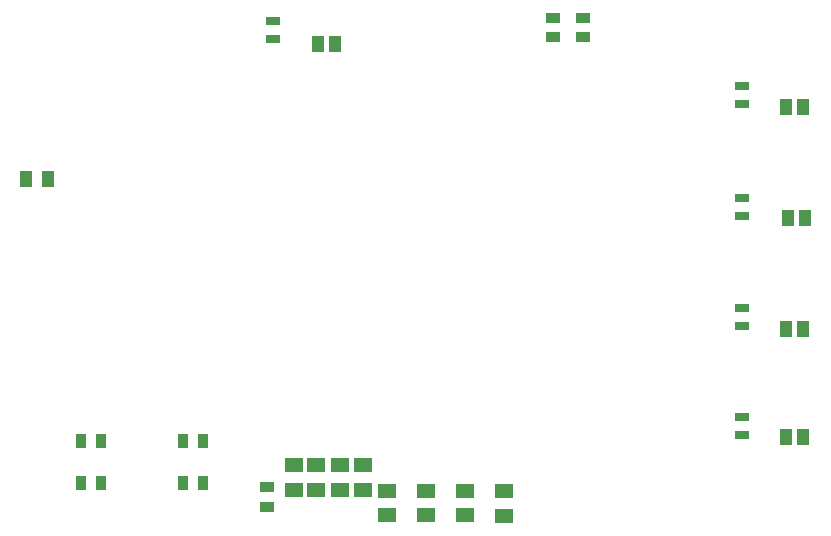
<source format=gbr>
%TF.GenerationSoftware,Altium Limited,Altium Designer,19.1.8 (144)*%
G04 Layer_Color=128*
%FSLAX23Y23*%
%MOIN*%
%TF.FileFunction,Paste,Bot*%
%TF.Part,Single*%
G01*
G75*
%TA.AperFunction,SMDPad,CuDef*%
%ADD12R,0.043X0.053*%
%ADD35R,0.051X0.033*%
%ADD36R,0.047X0.031*%
%ADD37R,0.041X0.055*%
%TA.AperFunction,ConnectorPad*%
%ADD38R,0.059X0.049*%
%TA.AperFunction,SMDPad,CuDef*%
%ADD39R,0.033X0.051*%
%ADD40R,0.059X0.049*%
D12*
X1279Y1625D02*
D03*
X1221D02*
D03*
X2781Y315D02*
D03*
X2839D02*
D03*
X2781Y675D02*
D03*
X2839D02*
D03*
X2788Y1045D02*
D03*
X2845D02*
D03*
X2839Y1415D02*
D03*
X2781D02*
D03*
D35*
X1050Y80D02*
D03*
Y147D02*
D03*
X2105Y1713D02*
D03*
Y1647D02*
D03*
X2005Y1713D02*
D03*
Y1647D02*
D03*
D36*
X1070Y1700D02*
D03*
Y1640D02*
D03*
X2635Y380D02*
D03*
Y320D02*
D03*
Y745D02*
D03*
Y685D02*
D03*
Y1110D02*
D03*
Y1050D02*
D03*
Y1485D02*
D03*
Y1425D02*
D03*
D37*
X322Y1175D02*
D03*
X248D02*
D03*
D38*
X1450Y54D02*
D03*
Y136D02*
D03*
X1580D02*
D03*
Y54D02*
D03*
X1710Y136D02*
D03*
Y54D02*
D03*
X1840Y52D02*
D03*
Y135D02*
D03*
D39*
X498Y300D02*
D03*
X432D02*
D03*
X497Y160D02*
D03*
X430D02*
D03*
X838Y300D02*
D03*
X772D02*
D03*
X838Y160D02*
D03*
X772D02*
D03*
D40*
X1140Y221D02*
D03*
Y139D02*
D03*
X1215Y221D02*
D03*
Y139D02*
D03*
X1295Y221D02*
D03*
Y139D02*
D03*
X1370Y221D02*
D03*
Y139D02*
D03*
%TF.MD5,6502935993e5876b53af0ed950e09362*%
M02*

</source>
